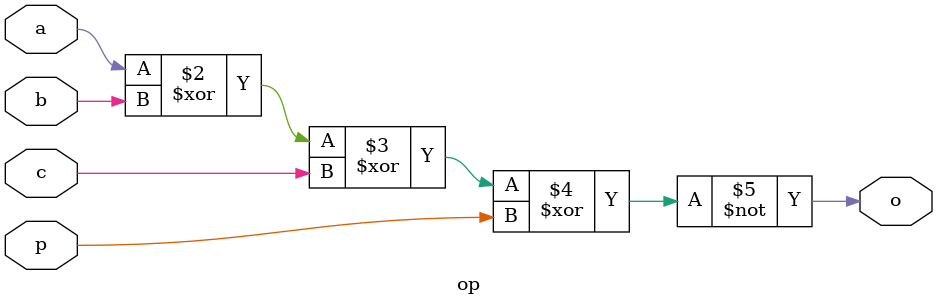
<source format=v>
module op(input a,b,c,p,output o);
  always @(a or b or c or o);
  assign o=~(a^b^c^p);
endmodule

</source>
